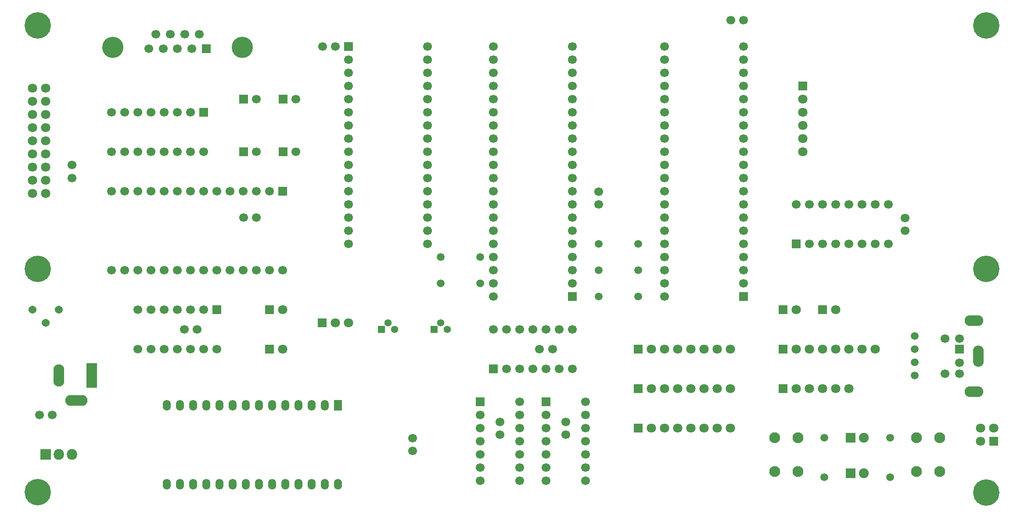
<source format=gbr>
%TF.GenerationSoftware,Novarm,DipTrace,4.3.0.4*%
%TF.CreationDate,2023-04-03T14:28:53+01:00*%
%FSLAX26Y26*%
%MOIN*%
%TF.FileFunction,Soldermask,Top*%
%TF.Part,Single*%
%ADD19R,0.066929X0.066929*%
%ADD20C,0.066929*%
%ADD24C,0.066929*%
%ADD25C,0.055118*%
%ADD38R,0.070866X0.070866*%
%ADD39C,0.070866*%
%ADD54C,0.06063*%
%ADD56C,0.074803*%
%ADD57R,0.074803X0.074803*%
%ADD58C,0.200787*%
%ADD60O,0.078937X0.082677*%
%ADD62R,0.078937X0.082677*%
%ADD64O,0.169291X0.082677*%
%ADD66O,0.082677X0.169291*%
%ADD68R,0.082677X0.185039*%
%ADD70O,0.082677X0.161417*%
%ADD72O,0.141732X0.082677*%
%ADD74C,0.161417*%
%ADD76O,0.06063X0.082677*%
%ADD78R,0.06063X0.082677*%
%ADD80C,0.059055*%
%ADD82C,0.059055*%
%ADD84R,0.055118X0.055118*%
%ADD86C,0.082677*%
%ADD87C,0.070866*%
G75*
G01*
%LPD*%
D19*
X2012598Y3125000D3*
D24*
X2111024D3*
D19*
X1511024Y1525000D3*
D20*
X1411024D3*
X1311024D3*
X1211024D3*
X1111024D3*
X1011024D3*
X911024D3*
Y1225000D3*
X1011024D3*
X1111024D3*
X1211024D3*
X1311024D3*
X1411024D3*
X1511024D3*
D19*
X2511024Y3525000D3*
D20*
Y3425000D3*
Y3325000D3*
Y3225000D3*
Y3125000D3*
Y3025000D3*
Y2925000D3*
Y2825000D3*
Y2725000D3*
Y2625000D3*
Y2525000D3*
Y2425000D3*
Y2325000D3*
Y2225000D3*
Y2125000D3*
Y2025000D3*
X3111024D3*
Y2125000D3*
Y2225000D3*
Y2325000D3*
Y2425000D3*
Y2525000D3*
Y2625000D3*
Y2725000D3*
Y2825000D3*
Y2925000D3*
Y3025000D3*
Y3125000D3*
Y3225000D3*
Y3325000D3*
Y3425000D3*
Y3525000D3*
D19*
X5511024Y1625000D3*
D20*
Y1725000D3*
Y1825000D3*
Y1925000D3*
Y2025000D3*
Y2125000D3*
Y2225000D3*
Y2325000D3*
Y2425000D3*
Y2525000D3*
Y2625000D3*
Y2725000D3*
Y2825000D3*
Y2925000D3*
Y3025000D3*
Y3125000D3*
Y3225000D3*
Y3325000D3*
Y3425000D3*
Y3525000D3*
X4911024D3*
Y3425000D3*
Y3325000D3*
Y3225000D3*
Y3125000D3*
Y3025000D3*
Y2925000D3*
Y2825000D3*
Y2725000D3*
Y2625000D3*
Y2525000D3*
Y2425000D3*
Y2325000D3*
Y2225000D3*
Y2125000D3*
Y2025000D3*
Y1925000D3*
Y1825000D3*
Y1725000D3*
Y1625000D3*
D38*
X4711024Y1225000D3*
D87*
X4811024D3*
X4911024D3*
X5011024D3*
X5111024D3*
X5211024D3*
X5311024D3*
X5411024D3*
D86*
X6822441Y297047D3*
Y552953D3*
X6999606Y297047D3*
Y552953D3*
D24*
X3661024Y674213D3*
Y575787D3*
D38*
X7411024Y525000D3*
D87*
X7311024D3*
X7411024Y625000D3*
X7311024D3*
D84*
X3161024Y1375000D3*
D25*
X3211024Y1425000D3*
X3261024Y1375000D3*
D24*
X6735433Y2125394D3*
Y2223819D3*
D38*
X5961024Y3225000D3*
D39*
Y3125000D3*
Y3025000D3*
Y2925000D3*
Y2825000D3*
Y2725000D3*
D38*
X5811024Y925000D3*
D87*
X5911024D3*
X6011024D3*
X6111024D3*
X6211024D3*
X6311024D3*
D38*
X4711024Y625000D3*
D87*
X4811024D3*
X4911024D3*
X5011024D3*
X5111024D3*
X5211024D3*
X5311024D3*
X5411024D3*
D19*
X4011024Y825000D3*
D20*
Y725000D3*
Y625000D3*
Y525000D3*
Y425000D3*
Y325000D3*
Y225000D3*
X4311024D3*
Y325000D3*
Y425000D3*
Y525000D3*
Y625000D3*
Y725000D3*
Y825000D3*
D19*
X4211024Y1625000D3*
D20*
Y1725000D3*
Y1825000D3*
Y1925000D3*
Y2025000D3*
Y2125000D3*
Y2225000D3*
Y2325000D3*
Y2425000D3*
Y2525000D3*
Y2625000D3*
Y2725000D3*
Y2825000D3*
Y2925000D3*
Y3025000D3*
Y3125000D3*
Y3225000D3*
Y3325000D3*
Y3425000D3*
Y3525000D3*
X3611024D3*
Y3425000D3*
Y3325000D3*
Y3225000D3*
Y3125000D3*
Y3025000D3*
Y2925000D3*
Y2825000D3*
Y2725000D3*
Y2625000D3*
Y2525000D3*
Y2425000D3*
Y2325000D3*
Y2225000D3*
Y2125000D3*
Y2025000D3*
Y1925000D3*
Y1825000D3*
Y1725000D3*
Y1625000D3*
D82*
X3211024Y1925000D3*
D80*
X3511024D3*
D38*
X6111024Y1525000D3*
D87*
X6211024D3*
D24*
X2411024Y3525000D3*
X2312598D3*
D82*
X6622441Y552953D3*
D80*
Y252953D3*
D82*
X6811024Y1025000D3*
D80*
Y1125000D3*
D78*
X2430217Y800000D3*
D76*
X2330217D3*
X2230217D3*
X2130217D3*
X2030217D3*
X1930217D3*
X1830217D3*
X1730217D3*
X1630217D3*
X1530217D3*
X1430217D3*
X1330217D3*
X1230217D3*
X1130217D3*
Y200000D3*
X1230217D3*
X1330217D3*
X1430217D3*
X1530217D3*
X1630217D3*
X1730217D3*
X1830217D3*
X1930217D3*
X2030217D3*
X2130217D3*
X2230217D3*
X2330217D3*
X2430217D3*
D24*
X411024Y2625000D3*
Y2526575D3*
D74*
X1703543Y3520066D3*
X719291D3*
D19*
X1429528Y3508255D3*
D24*
X1320472D3*
X1211417D3*
X1102362D3*
X993307D3*
X1375000Y3620066D3*
X1265945D3*
X1156890D3*
X1047835D3*
D19*
X3611024Y1075394D3*
D20*
X3711024D3*
X3811024D3*
X3911024D3*
X4011024D3*
X4111024D3*
X4211024D3*
Y1375394D3*
X4111024D3*
X4011024D3*
X3911024D3*
X3811024D3*
X3711024D3*
X3611024D3*
D19*
X7148819Y1225000D3*
D24*
Y1122638D3*
Y1307677D3*
Y1039961D3*
X7038583Y1307677D3*
Y1039961D3*
D72*
X7261024Y904134D3*
D70*
X7292520Y1173819D3*
D72*
X7261024Y1443504D3*
D19*
X2012598Y2725000D3*
D24*
X2111024D3*
D38*
X2311024Y1425000D3*
D87*
X2411024D3*
X2511024D3*
D82*
X6811024Y1325000D3*
D80*
Y1225000D3*
D86*
X5745276Y297047D3*
Y552953D3*
X5922441Y297047D3*
Y552953D3*
D24*
X4161024Y674213D3*
Y575787D3*
X1712598Y2225000D3*
X1811024D3*
D38*
X4711024Y925000D3*
D87*
X4811024D3*
X4911024D3*
X5011024D3*
X5111024D3*
X5211024D3*
X5311024D3*
X5411024D3*
D24*
X1262598Y1375000D3*
X1361024D3*
D19*
X3511024Y825000D3*
D20*
Y725000D3*
Y625000D3*
Y525000D3*
Y425000D3*
Y325000D3*
Y225000D3*
X3811024D3*
Y325000D3*
Y425000D3*
Y525000D3*
Y625000D3*
Y725000D3*
Y825000D3*
D68*
X559055Y1025000D3*
D66*
X311024D3*
D64*
X444882Y836024D3*
D19*
X1712598Y2725000D3*
D24*
X1811024D3*
D62*
X211024Y425000D3*
D60*
X311024D3*
X411024D3*
D19*
X1712598Y3125000D3*
D24*
X1811024D3*
D38*
X1911024Y1525000D3*
D87*
X2011024D3*
D58*
X148819Y139173D3*
D38*
X5811024Y1525000D3*
D87*
X5911024D3*
D82*
X6122441Y252953D3*
D80*
Y552953D3*
D38*
X1911024Y1225000D3*
D87*
X2011024D3*
D82*
X4711024Y1625000D3*
D80*
X4411024D3*
D82*
X4711024Y1825000D3*
D80*
X4411024D3*
D24*
X162598Y725000D3*
X261024D3*
X2995965Y550000D3*
Y451575D3*
D19*
X5911024Y2025000D3*
D20*
X6011024D3*
X6111024D3*
X6211024D3*
X6311024D3*
X6411024D3*
X6511024D3*
X6611024D3*
Y2325000D3*
X6511024D3*
X6411024D3*
X6311024D3*
X6211024D3*
X6111024D3*
X6011024D3*
X5911024D3*
D58*
X148819Y3687205D3*
Y1836811D3*
X7353543Y3687205D3*
Y1836811D3*
D39*
X109449Y3210827D3*
X209449D3*
X109449Y3110827D3*
X209449D3*
X109449Y3010827D3*
X209449D3*
X109449Y2910827D3*
X209449D3*
X109449Y2810827D3*
X209449D3*
X109449Y2710827D3*
X209449D3*
X109449Y2610827D3*
X209449D3*
X109449Y2510827D3*
X209449D3*
X109449Y2410827D3*
X209449D3*
D57*
X6322441Y282677D3*
D56*
X6422441D3*
D57*
X6322441Y552953D3*
D56*
X6422441D3*
D54*
X311024Y1525000D3*
X211024Y1425000D3*
X111024Y1525000D3*
D58*
X7353543Y137205D3*
D19*
X2011024Y2425000D3*
D20*
X1911024D3*
X1811024D3*
X1711024D3*
X1611024D3*
X1511024D3*
X1411024D3*
X1311024D3*
X1211024D3*
X1111024D3*
X1011024D3*
X911024D3*
X811024D3*
X711024D3*
Y1825000D3*
X811024D3*
X911024D3*
X1011024D3*
X1111024D3*
X1211024D3*
X1311024D3*
X1411024D3*
X1511024D3*
X1611024D3*
X1711024D3*
X1811024D3*
X1911024D3*
X2011024D3*
D84*
X2761024Y1375000D3*
D25*
X2811024Y1425000D3*
X2861024Y1375000D3*
D24*
X5511024Y3725000D3*
X5412598D3*
D82*
X4711024Y2025000D3*
D80*
X4411024D3*
D82*
X3211024Y1725000D3*
D80*
X3511024D3*
D19*
X1411024Y3025000D3*
D20*
X1311024D3*
X1211024D3*
X1111024D3*
X1011024D3*
X911024D3*
X811024D3*
X711024D3*
Y2725000D3*
X811024D3*
X911024D3*
X1011024D3*
X1111024D3*
X1211024D3*
X1311024D3*
X1411024D3*
D24*
X4411024Y2325000D3*
Y2423425D3*
X4059646Y1225394D3*
X3961220D3*
D38*
X5811024Y1225000D3*
D87*
X5911024D3*
X6011024D3*
X6111024D3*
X6211024D3*
X6311024D3*
X6411024D3*
X6511024D3*
M02*

</source>
